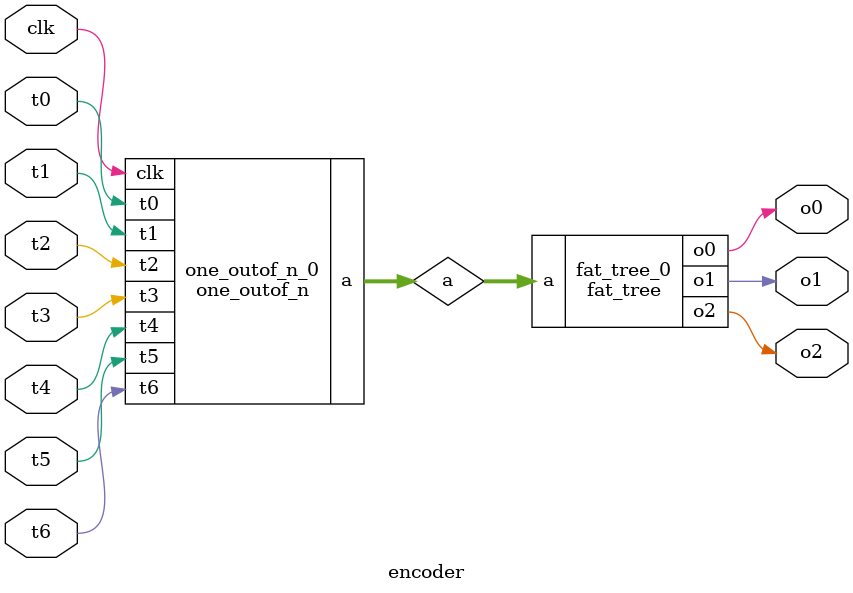
<source format=v>
`timescale 1ps/1ps


module one_outof_n(
    input clk,
    input wire t0, t1, t2, t3, t4, t5, t6,
    output wire [7:0] a
);

assign a[0] = ~t0;
assign a[1] = t0 & ~t1 & ~t2 & ~t3 & ~t4 & ~t5 & ~t6;
assign a[2] = t0 & t1 & ~t2 & ~t3 & ~t4 & ~t5 & ~t6;
assign a[3] = t0 & t1 & t2 & ~t3 & ~t4 & ~t5 & ~t6;
assign a[4] = t0 & t1 & t2 & t3 & ~t4 & ~t5 & ~t6;
assign a[5] = t0 & t1 & t2 & t3 & t4 & ~t5 & ~t6;
assign a[6] = t0 & t1 & t2 & t3 & t4 & t5 & ~t6;
assign a[7] = t0 & t1 & t2 & t3 & t4 & t5 & t6;

endmodule

module fat_tree(
    input wire [7:0] a,
    output wire o0, o1, o2
);

assign o0 = (a[1] + a[3]) + (a[5] + a[7]);
assign o1 = (a[2] + a[3]) + (a[6] + a[7]);
assign o2 = (a[4] + a[5]) + (a[6] + a[7]);

endmodule

module encoder(
    input wire clk,
    input wire t0, t1, t2, t3, t4, t5, t6,
    output wire o0, o1, o2
);

wire [7:0] a;

one_outof_n one_outof_n_0(
    .clk(clk),
    .t0(t0),
    .t1(t1),
    .t2(t2),
    .t3(t3),
    .t4(t4),
    .t5(t5),
    .t6(t6),
    .a(a)
);

fat_tree fat_tree_0(
    .a(a),
    .o0(o0),
    .o1(o1),
    .o2(o2)
);


endmodule

</source>
